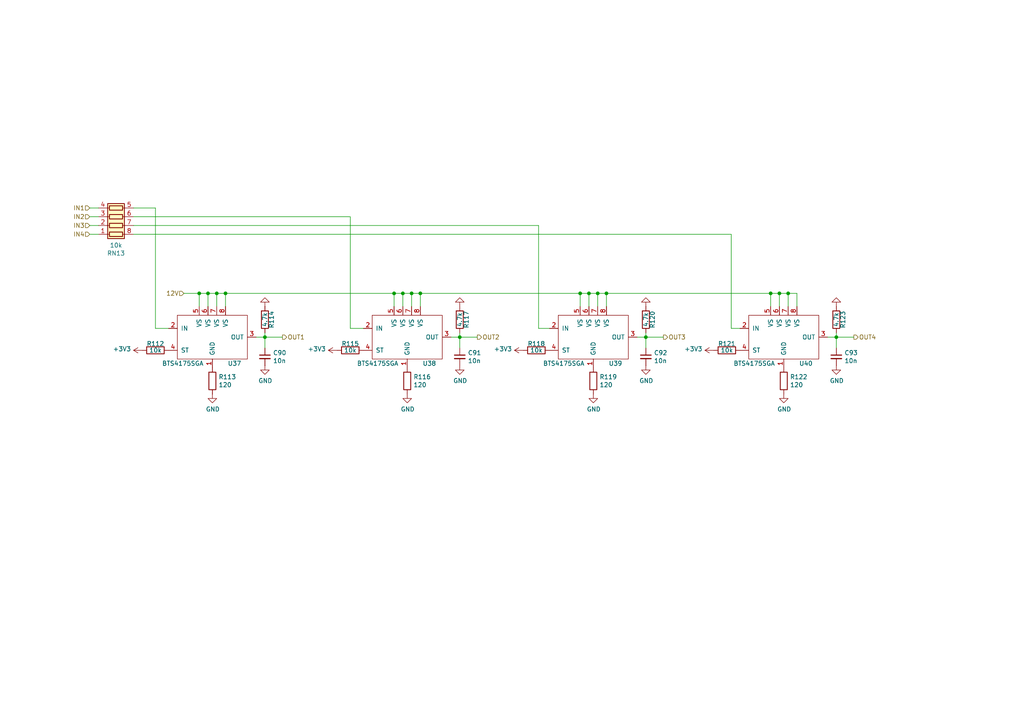
<source format=kicad_sch>
(kicad_sch (version 20250114) (generator "eeschema") (generator_version "9.0")
  (paper "A4")
  (title_block (title "rusEfi Proteus") (date "2022-04-09") (rev "v0.7") (company "rusEFI") (comment 1 "github.com/mck1117/proteus") (comment 2 "rusefi.com/s/proteus"))
  (lib_symbols
    (symbol "Device:C_Small" (pin_numbers (hide yes)) (pin_names (offset 0.254) (hide yes))
      (property "Reference" "C" (at 0.254 1.778 0))
      (property "Value" "C_Small" (at 0.254 -2.032 0))
      (symbol "C_Small_0_1"
        (polyline (pts (xy -1.524 0.508) (xy 1.524 0.508)) (stroke (width 0.3048)))
        (polyline (pts (xy -1.524 -0.508) (xy 1.524 -0.508)) (stroke (width 0.3302)))
      )
      (symbol "C_Small_1_1"
        (pin passive line (at 0 2.54 270) (length 2.032) (name "~") (number "1"))
        (pin passive line (at 0 -2.54 90) (length 2.032) (name "~") (number "2"))
      )
    )
    (symbol "Device:R" (pin_numbers (hide yes)) (pin_names (offset 0))
      (property "Reference" "R" (at 2.032 0 90))
      (property "Value" "R" (at 0 0 90))
      (symbol "R_0_1"
        (rectangle (start -1.016 -2.54) (end 1.016 2.54) (stroke (width 0.254)))
      )
      (symbol "R_1_1"
        (pin passive line (at 0 3.81 270) (length 1.27) (name "~") (number "1"))
        (pin passive line (at 0 -3.81 90) (length 1.27) (name "~") (number "2"))
      )
    )
    (symbol "Device:R_Pack04" (pin_names (offset 0) (hide yes))
      (property "Reference" "RN" (at -7.62 0 90))
      (property "Value" "R_Pack04" (at 5.08 0 90))
      (symbol "R_Pack04_0_1"
        (rectangle (start -6.35 -2.413) (end 3.81 2.413) (stroke (width 0.254)) (fill (type background)))
        (rectangle (start -5.715 1.905) (end -4.445 -1.905) (stroke (width 0.254)))
        (polyline (pts (xy -5.08 1.905) (xy -5.08 2.54)))
        (polyline (pts (xy -5.08 -2.54) (xy -5.08 -1.905)))
        (rectangle (start -3.175 1.905) (end -1.905 -1.905) (stroke (width 0.254)))
        (polyline (pts (xy -2.54 1.905) (xy -2.54 2.54)))
        (polyline (pts (xy -2.54 -2.54) (xy -2.54 -1.905)))
        (rectangle (start -0.635 1.905) (end 0.635 -1.905) (stroke (width 0.254)))
        (polyline (pts (xy 0 1.905) (xy 0 2.54)))
        (polyline (pts (xy 0 -2.54) (xy 0 -1.905)))
        (rectangle (start 1.905 1.905) (end 3.175 -1.905) (stroke (width 0.254)))
        (polyline (pts (xy 2.54 1.905) (xy 2.54 2.54)))
        (polyline (pts (xy 2.54 -2.54) (xy 2.54 -1.905)))
      )
      (symbol "R_Pack04_1_1"
        (pin passive line (at -5.08 5.08 270) (length 2.54) (name "R1.2") (number "8"))
        (pin passive line (at -5.08 -5.08 90) (length 2.54) (name "R1.1") (number "1"))
        (pin passive line (at -2.54 5.08 270) (length 2.54) (name "R2.2") (number "7"))
        (pin passive line (at -2.54 -5.08 90) (length 2.54) (name "R2.1") (number "2"))
        (pin passive line (at 0 5.08 270) (length 2.54) (name "R3.2") (number "6"))
        (pin passive line (at 0 -5.08 90) (length 2.54) (name "R3.1") (number "3"))
        (pin passive line (at 2.54 5.08 270) (length 2.54) (name "R4.2") (number "5"))
        (pin passive line (at 2.54 -5.08 90) (length 2.54) (name "R4.1") (number "4"))
      )
    )
    (symbol "bts4175:BTS4175SGA" (pin_names (offset 1.016))
      (property "Reference" "U" (at -6.35 -7.62 0))
      (property "Value" "BTS4175SGA" (at 8.89 -7.62 0))
      (symbol "BTS4175SGA_0_1"
        (polyline (pts (xy -7.62 6.35) (xy 12.7 6.35) (xy 12.7 -6.35) (xy -7.62 -6.35) (xy -7.62 6.35)))
      )
      (symbol "BTS4175SGA_1_1"
        (pin input line (at -10.16 2.54 0) (length 2.54) (name "IN") (number "2"))
        (pin open_collector line (at -10.16 -3.81 0) (length 2.54) (name "ST") (number "4"))
        (pin power_in line (at -1.27 8.89 270) (length 2.54) (name "VS") (number "5"))
        (pin power_in line (at 1.27 8.89 270) (length 2.54) (name "VS") (number "6"))
        (pin bidirectional line (at 2.54 -8.89 90) (length 2.54) (name "GND") (number "1"))
        (pin power_in line (at 3.81 8.89 270) (length 2.54) (name "VS") (number "7"))
        (pin power_in line (at 6.35 8.89 270) (length 2.54) (name "VS") (number "8"))
        (pin power_out line (at 15.24 0 180) (length 2.54) (name "OUT") (number "3"))
      )
    )
    (symbol "power:+3V3" (power) (pin_numbers (hide yes)) (pin_names (offset 0) (hide yes))
      (property "Value" "+3V3" (at 0 3.556 0))
      (symbol "+3V3_0_1"
        (polyline (pts (xy -0.762 1.27) (xy 0 2.54)))
        (polyline (pts (xy 0 2.54) (xy 0.762 1.27)))
        (polyline (pts (xy 0 0) (xy 0 2.54)))
      )
      (symbol "+3V3_1_1"
        (pin power_in line (at 0 0 90) (length 0) (name "~") (number "1"))
      )
    )
    (symbol "power:GND" (power) (pin_numbers (hide yes)) (pin_names (offset 0) (hide yes))
      (property "Value" "GND" (at 0 -3.81 0))
      (symbol "GND_0_1"
        (polyline (pts (xy 0 0) (xy 0 -1.27) (xy 1.27 -1.27) (xy 0 -2.54) (xy -1.27 -1.27) (xy 0 -1.27)))
      )
      (symbol "GND_1_1"
        (pin power_in line (at 0 0 270) (length 0) (name "~") (number "1"))
      )
    )
  )
  (junction (at 133.35 97.79))
  (junction (at 114.3 85.09))
  (junction (at 65.405 85.09))
  (junction (at 228.6 85.09))
  (junction (at 60.325 85.09))
  (junction (at 173.355 85.09))
  (junction (at 119.38 85.09))
  (junction (at 175.895 85.09))
  (junction (at 57.785 85.09))
  (junction (at 170.815 85.09))
  (junction (at 168.275 85.09))
  (junction (at 76.835 97.79))
  (junction (at 242.57 97.79))
  (junction (at 62.865 85.09))
  (junction (at 226.06 85.09))
  (junction (at 121.92 85.09))
  (junction (at 187.325 97.79))
  (junction (at 116.84 85.09))
  (junction (at 223.52 85.09))
  (wire (pts (xy 170.815 88.9) (xy 170.815 85.09)))
  (wire (pts (xy 231.14 85.09) (xy 231.14 88.9)))
  (wire (pts (xy 173.355 85.09) (xy 173.355 88.9)))
  (wire (pts (xy 133.35 97.79) (xy 138.43 97.79)))
  (wire (pts (xy 240.03 97.79) (xy 242.57 97.79)))
  (wire (pts (xy 184.785 97.79) (xy 187.325 97.79)))
  (wire (pts (xy 28.575 60.325) (xy 26.035 60.325)))
  (wire (pts (xy 223.52 85.09) (xy 226.06 85.09)))
  (wire (pts (xy 187.325 97.79) (xy 192.405 97.79)))
  (wire (pts (xy 133.35 97.79) (xy 133.35 100.965)))
  (wire (pts (xy 242.57 97.79) (xy 242.57 100.965)))
  (wire (pts (xy 76.835 97.79) (xy 76.835 100.965)))
  (wire (pts (xy 26.035 67.945) (xy 28.575 67.945)))
  (wire (pts (xy 121.92 85.09) (xy 168.275 85.09)))
  (wire (pts (xy 170.815 85.09) (xy 173.355 85.09)))
  (wire (pts (xy 212.09 95.25) (xy 214.63 95.25)))
  (wire (pts (xy 101.6 62.865) (xy 101.6 95.25)))
  (wire (pts (xy 28.575 65.405) (xy 26.035 65.405)))
  (wire (pts (xy 119.38 85.09) (xy 119.38 88.9)))
  (wire (pts (xy 116.84 85.09) (xy 119.38 85.09)))
  (wire (pts (xy 60.325 88.9) (xy 60.325 85.09)))
  (wire (pts (xy 121.92 85.09) (xy 121.92 88.9)))
  (wire (pts (xy 74.295 97.79) (xy 76.835 97.79)))
  (wire (pts (xy 226.06 85.09) (xy 228.6 85.09)))
  (wire (pts (xy 57.785 88.9) (xy 57.785 85.09)))
  (wire (pts (xy 156.21 65.405) (xy 156.21 95.25)))
  (wire (pts (xy 53.34 85.09) (xy 57.785 85.09)))
  (wire (pts (xy 57.785 85.09) (xy 60.325 85.09)))
  (wire (pts (xy 45.085 95.25) (xy 48.895 95.25)))
  (wire (pts (xy 114.3 85.09) (xy 116.84 85.09)))
  (wire (pts (xy 38.735 67.945) (xy 212.09 67.945)))
  (wire (pts (xy 168.275 88.9) (xy 168.275 85.09)))
  (wire (pts (xy 242.57 96.52) (xy 242.57 97.79)))
  (wire (pts (xy 226.06 88.9) (xy 226.06 85.09)))
  (wire (pts (xy 130.81 97.79) (xy 133.35 97.79)))
  (wire (pts (xy 228.6 85.09) (xy 228.6 88.9)))
  (wire (pts (xy 173.355 85.09) (xy 175.895 85.09)))
  (wire (pts (xy 187.325 96.52) (xy 187.325 97.79)))
  (wire (pts (xy 76.835 97.79) (xy 81.915 97.79)))
  (wire (pts (xy 187.325 97.79) (xy 187.325 100.965)))
  (wire (pts (xy 62.865 85.09) (xy 62.865 88.9)))
  (wire (pts (xy 168.275 85.09) (xy 170.815 85.09)))
  (wire (pts (xy 45.085 60.325) (xy 45.085 95.25)))
  (wire (pts (xy 38.735 60.325) (xy 45.085 60.325)))
  (wire (pts (xy 38.735 65.405) (xy 156.21 65.405)))
  (wire (pts (xy 76.835 96.52) (xy 76.835 97.79)))
  (wire (pts (xy 119.38 85.09) (xy 121.92 85.09)))
  (wire (pts (xy 156.21 95.25) (xy 159.385 95.25)))
  (wire (pts (xy 65.405 85.09) (xy 114.3 85.09)))
  (wire (pts (xy 101.6 95.25) (xy 105.41 95.25)))
  (wire (pts (xy 175.895 85.09) (xy 175.895 88.9)))
  (wire (pts (xy 175.895 85.09) (xy 223.52 85.09)))
  (wire (pts (xy 65.405 85.09) (xy 65.405 88.9)))
  (wire (pts (xy 62.865 85.09) (xy 65.405 85.09)))
  (wire (pts (xy 116.84 88.9) (xy 116.84 85.09)))
  (wire (pts (xy 114.3 88.9) (xy 114.3 85.09)))
  (wire (pts (xy 223.52 88.9) (xy 223.52 85.09)))
  (wire (pts (xy 60.325 85.09) (xy 62.865 85.09)))
  (wire (pts (xy 242.57 97.79) (xy 247.65 97.79)))
  (wire (pts (xy 133.35 96.52) (xy 133.35 97.79)))
  (wire (pts (xy 212.09 67.945) (xy 212.09 95.25)))
  (wire (pts (xy 228.6 85.09) (xy 231.14 85.09)))
  (wire (pts (xy 26.035 62.865) (xy 28.575 62.865)))
  (wire (pts (xy 38.735 62.865) (xy 101.6 62.865)))
  (hierarchical_label "IN4" (shape input) (at 26.035 67.945 180))
  (hierarchical_label "OUT4" (shape output) (at 247.65 97.79 0))
  (hierarchical_label "IN2" (shape input) (at 26.035 62.865 180))
  (hierarchical_label "IN3" (shape input) (at 26.035 65.405 180))
  (hierarchical_label "OUT2" (shape output) (at 138.43 97.79 0))
  (hierarchical_label "OUT3" (shape output) (at 192.405 97.79 0))
  (hierarchical_label "12V" (shape input) (at 53.34 85.09 180))
  (hierarchical_label "OUT1" (shape output) (at 81.915 97.79 0))
  (hierarchical_label "IN1" (shape input) (at 26.035 60.325 180))
  (symbol (lib_id "Device:R_Pack04") (at 33.655 62.865 270) (mirror x) (unit 1)
    (property "Reference" "RN13" (at 33.655 73.4568 90))
    (property "Value" "10k" (at 33.655 71.1454 90))
    (property "Footprint" "Resistor_SMD:R_Array_Convex_4x0603" (effects (hide yes)))
    (property "LCSC" "C29718" (effects (hide yes)))
    (property "LCSC_ext" "0" (effects (hide yes)))
    (property "PN" "CAT16-1002F4LF" (effects (hide yes)))
  )
  (symbol (lib_id "Device:C_Small") (at 242.57 103.505 0) (unit 1)
    (property "Reference" "C93" (at 244.9068 102.3366 0) (effects (justify left)))
    (property "Value" "10n" (at 244.9068 104.648 0) (effects (justify left)))
    (property "Footprint" "Capacitor_SMD:C_0603_1608Metric" (effects (hide yes)))
    (property "LCSC" "C57112" (effects (hide yes)))
    (property "LCSC_ext" "0" (effects (hide yes)))
  )
  (symbol (lib_id "Device:C_Small") (at 76.835 103.505 0) (unit 1)
    (property "Reference" "C90" (at 79.1718 102.3366 0) (effects (justify left)))
    (property "Value" "10n" (at 79.1718 104.648 0) (effects (justify left)))
    (property "Footprint" "Capacitor_SMD:C_0603_1608Metric" (effects (hide yes)))
    (property "LCSC" "C57112" (effects (hide yes)))
    (property "LCSC_ext" "0" (effects (hide yes)))
  )
  (symbol (lib_id "Device:C_Small") (at 133.35 103.505 0) (unit 1)
    (property "Reference" "C91" (at 135.6868 102.3366 0) (effects (justify left)))
    (property "Value" "10n" (at 135.6868 104.648 0) (effects (justify left)))
    (property "Footprint" "Capacitor_SMD:C_0603_1608Metric" (effects (hide yes)))
    (property "LCSC" "C57112" (effects (hide yes)))
    (property "LCSC_ext" "0" (effects (hide yes)))
  )
  (symbol (lib_id "Device:C_Small") (at 187.325 103.505 0) (unit 1)
    (property "Reference" "C92" (at 189.6618 102.3366 0) (effects (justify left)))
    (property "Value" "10n" (at 189.6618 104.648 0) (effects (justify left)))
    (property "Footprint" "Capacitor_SMD:C_0603_1608Metric" (effects (hide yes)))
    (property "LCSC" "C57112" (effects (hide yes)))
    (property "LCSC_ext" "0" (effects (hide yes)))
  )
  (symbol (lib_id "bts4175:BTS4175SGA") (at 59.055 97.79 0) (unit 1)
    (property "Reference" "U37" (at 66.04 105.41 0) (effects (justify left)))
    (property "Value" "BTS4175SGA" (at 46.99 105.41 0) (effects (justify left)))
    (property "Footprint" "Package_SO:SOIC-8_3.9x4.9mm_P1.27mm" (effects (hide yes)))
    (property "LCSC" "C152451" (effects (hide yes)))
    (property "LCSC_ext" "1" (effects (hide yes)))
    (property "PN" "BTS4175" (effects (hide yes)))
    (property "possible_not_ext" "1" (effects (hide yes)))
  )
  (symbol (lib_id "power:GND") (at 61.595 114.3 0) (unit 1)
    (property "Reference" "#PWR0252" (effects (hide yes)))
    (property "Value" "GND" (at 61.722 118.6942 0))
    (property "Description" "Power symbol creates a global label with name \"GND\" , ground" (effects (hide yes)))
  )
  (symbol (lib_id "power:GND") (at 76.835 106.045 0) (unit 1)
    (property "Reference" "#PWR0254" (effects (hide yes)))
    (property "Value" "GND" (at 76.962 110.4392 0))
    (property "Description" "Power symbol creates a global label with name \"GND\" , ground" (effects (hide yes)))
  )
  (symbol (lib_id "Device:R") (at 61.595 110.49 0) (unit 1)
    (property "Reference" "R113" (at 63.373 109.3216 0) (effects (justify left)))
    (property "Value" "120" (at 63.373 111.633 0) (effects (justify left)))
    (property "Footprint" "Resistor_SMD:R_0603_1608Metric" (effects (hide yes)))
    (property "LCSC" "C22787" (effects (hide yes)))
    (property "LCSC_ext" "0" (effects (hide yes)))
  )
  (symbol (lib_id "Device:R") (at 45.085 101.6 270) (unit 1)
    (property "Reference" "R112" (at 45.085 99.695 90))
    (property "Value" "10k" (at 45.085 101.6 90))
    (property "Footprint" "Resistor_SMD:R_0402_1005Metric" (effects (hide yes)))
    (property "LCSC" "C25744" (effects (hide yes)))
    (property "LCSC_ext" "0" (effects (hide yes)))
  )
  (symbol (lib_id "power:+3V3") (at 41.275 101.6 90) (unit 1)
    (property "Reference" "#PWR0251" (effects (hide yes)))
    (property "Value" "+3V3" (at 38.0238 101.219 90) (effects (justify left)))
    (property "Description" "Power symbol creates a global label with name \"+3V3\"" (effects (hide yes)))
  )
  (symbol (lib_id "bts4175:BTS4175SGA") (at 115.57 97.79 0) (unit 1)
    (property "Reference" "U38" (at 122.555 105.41 0) (effects (justify left)))
    (property "Value" "BTS4175SGA" (at 103.505 105.41 0) (effects (justify left)))
    (property "Footprint" "Package_SO:SOIC-8_3.9x4.9mm_P1.27mm" (effects (hide yes)))
    (property "LCSC" "C152451" (effects (hide yes)))
    (property "LCSC_ext" "1" (effects (hide yes)))
    (property "PN" "BTS4175" (effects (hide yes)))
    (property "possible_not_ext" "1" (effects (hide yes)))
  )
  (symbol (lib_id "power:GND") (at 118.11 114.3 0) (unit 1)
    (property "Reference" "#PWR0256" (effects (hide yes)))
    (property "Value" "GND" (at 118.237 118.6942 0))
    (property "Description" "Power symbol creates a global label with name \"GND\" , ground" (effects (hide yes)))
  )
  (symbol (lib_id "power:GND") (at 133.35 106.045 0) (unit 1)
    (property "Reference" "#PWR0258" (effects (hide yes)))
    (property "Value" "GND" (at 133.477 110.4392 0))
    (property "Description" "Power symbol creates a global label with name \"GND\" , ground" (effects (hide yes)))
  )
  (symbol (lib_id "Device:R") (at 118.11 110.49 0) (unit 1)
    (property "Reference" "R116" (at 119.888 109.3216 0) (effects (justify left)))
    (property "Value" "120" (at 119.888 111.633 0) (effects (justify left)))
    (property "Footprint" "Resistor_SMD:R_0603_1608Metric" (effects (hide yes)))
    (property "LCSC" "C22787" (effects (hide yes)))
    (property "LCSC_ext" "0" (effects (hide yes)))
  )
  (symbol (lib_id "Device:R") (at 101.6 101.6 270) (unit 1)
    (property "Reference" "R115" (at 101.6 99.695 90))
    (property "Value" "10k" (at 101.6 101.6 90))
    (property "Footprint" "Resistor_SMD:R_0402_1005Metric" (effects (hide yes)))
    (property "LCSC" "C25744" (effects (hide yes)))
    (property "LCSC_ext" "0" (effects (hide yes)))
  )
  (symbol (lib_id "power:+3V3") (at 97.79 101.6 90) (unit 1)
    (property "Reference" "#PWR0255" (effects (hide yes)))
    (property "Value" "+3V3" (at 94.5388 101.219 90) (effects (justify left)))
    (property "Description" "Power symbol creates a global label with name \"+3V3\"" (effects (hide yes)))
  )
  (symbol (lib_id "bts4175:BTS4175SGA") (at 169.545 97.79 0) (unit 1)
    (property "Reference" "U39" (at 176.53 105.41 0) (effects (justify left)))
    (property "Value" "BTS4175SGA" (at 157.48 105.41 0) (effects (justify left)))
    (property "Footprint" "Package_SO:SOIC-8_3.9x4.9mm_P1.27mm" (effects (hide yes)))
    (property "LCSC" "C152451" (effects (hide yes)))
    (property "LCSC_ext" "1" (effects (hide yes)))
    (property "PN" "BTS4175" (effects (hide yes)))
    (property "possible_not_ext" "1" (effects (hide yes)))
  )
  (symbol (lib_id "power:GND") (at 172.085 114.3 0) (unit 1)
    (property "Reference" "#PWR0260" (effects (hide yes)))
    (property "Value" "GND" (at 172.212 118.6942 0))
    (property "Description" "Power symbol creates a global label with name \"GND\" , ground" (effects (hide yes)))
  )
  (symbol (lib_id "power:GND") (at 187.325 106.045 0) (unit 1)
    (property "Reference" "#PWR0262" (effects (hide yes)))
    (property "Value" "GND" (at 187.452 110.4392 0))
    (property "Description" "Power symbol creates a global label with name \"GND\" , ground" (effects (hide yes)))
  )
  (symbol (lib_id "Device:R") (at 172.085 110.49 0) (unit 1)
    (property "Reference" "R119" (at 173.863 109.3216 0) (effects (justify left)))
    (property "Value" "120" (at 173.863 111.633 0) (effects (justify left)))
    (property "Footprint" "Resistor_SMD:R_0603_1608Metric" (effects (hide yes)))
    (property "LCSC" "C22787" (effects (hide yes)))
    (property "LCSC_ext" "0" (effects (hide yes)))
  )
  (symbol (lib_id "Device:R") (at 155.575 101.6 270) (unit 1)
    (property "Reference" "R118" (at 155.575 99.695 90))
    (property "Value" "10k" (at 155.575 101.6 90))
    (property "Footprint" "Resistor_SMD:R_0402_1005Metric" (effects (hide yes)))
    (property "LCSC" "C25744" (effects (hide yes)))
    (property "LCSC_ext" "0" (effects (hide yes)))
  )
  (symbol (lib_id "power:+3V3") (at 151.765 101.6 90) (unit 1)
    (property "Reference" "#PWR0259" (effects (hide yes)))
    (property "Value" "+3V3" (at 148.5138 101.219 90) (effects (justify left)))
    (property "Description" "Power symbol creates a global label with name \"+3V3\"" (effects (hide yes)))
  )
  (symbol (lib_id "bts4175:BTS4175SGA") (at 224.79 97.79 0) (unit 1)
    (property "Reference" "U40" (at 231.775 105.41 0) (effects (justify left)))
    (property "Value" "BTS4175SGA" (at 212.725 105.41 0) (effects (justify left)))
    (property "Footprint" "Package_SO:SOIC-8_3.9x4.9mm_P1.27mm" (effects (hide yes)))
    (property "LCSC" "C152451" (effects (hide yes)))
    (property "LCSC_ext" "1" (effects (hide yes)))
    (property "PN" "BTS4175" (effects (hide yes)))
    (property "possible_not_ext" "1" (effects (hide yes)))
  )
  (symbol (lib_id "power:GND") (at 227.33 114.3 0) (unit 1)
    (property "Reference" "#PWR0264" (effects (hide yes)))
    (property "Value" "GND" (at 227.457 118.6942 0))
    (property "Description" "Power symbol creates a global label with name \"GND\" , ground" (effects (hide yes)))
  )
  (symbol (lib_id "power:GND") (at 242.57 106.045 0) (unit 1)
    (property "Reference" "#PWR0266" (effects (hide yes)))
    (property "Value" "GND" (at 242.697 110.4392 0))
    (property "Description" "Power symbol creates a global label with name \"GND\" , ground" (effects (hide yes)))
  )
  (symbol (lib_id "Device:R") (at 227.33 110.49 0) (unit 1)
    (property "Reference" "R122" (at 229.108 109.3216 0) (effects (justify left)))
    (property "Value" "120" (at 229.108 111.633 0) (effects (justify left)))
    (property "Footprint" "Resistor_SMD:R_0603_1608Metric" (effects (hide yes)))
    (property "LCSC" "C22787" (effects (hide yes)))
    (property "LCSC_ext" "0" (effects (hide yes)))
  )
  (symbol (lib_id "Device:R") (at 210.82 101.6 270) (unit 1)
    (property "Reference" "R121" (at 210.82 99.695 90))
    (property "Value" "10k" (at 210.82 101.6 90))
    (property "Footprint" "Resistor_SMD:R_0402_1005Metric" (effects (hide yes)))
    (property "LCSC" "C25744" (effects (hide yes)))
    (property "LCSC_ext" "0" (effects (hide yes)))
  )
  (symbol (lib_id "power:+3V3") (at 207.01 101.6 90) (unit 1)
    (property "Reference" "#PWR0263" (effects (hide yes)))
    (property "Value" "+3V3" (at 203.7588 101.219 90) (effects (justify left)))
    (property "Description" "Power symbol creates a global label with name \"+3V3\"" (effects (hide yes)))
  )
  (symbol (lib_id "Device:R") (at 76.835 92.71 180) (unit 1)
    (property "Reference" "R114" (at 78.74 92.71 90))
    (property "Value" "4.7k" (at 76.835 92.71 90))
    (property "Footprint" "Resistor_SMD:R_0805_2012Metric" (effects (hide yes)))
    (property "LCSC" "C17673" (effects (hide yes)))
    (property "LCSC_ext" "0" (effects (hide yes)))
  )
  (symbol (lib_id "power:GND") (at 76.835 88.9 180) (unit 1)
    (property "Reference" "#PWR0253" (effects (hide yes)))
    (property "Value" "GND" (effects (hide yes)))
    (property "Description" "Power symbol creates a global label with name \"GND\" , ground" (effects (hide yes)))
  )
  (symbol (lib_id "Device:R") (at 133.35 92.71 180) (unit 1)
    (property "Reference" "R117" (at 135.255 92.71 90))
    (property "Value" "4.7k" (at 133.35 92.71 90))
    (property "Footprint" "Resistor_SMD:R_0805_2012Metric" (effects (hide yes)))
    (property "LCSC" "C17673" (effects (hide yes)))
    (property "LCSC_ext" "0" (effects (hide yes)))
  )
  (symbol (lib_id "power:GND") (at 133.35 88.9 180) (unit 1)
    (property "Reference" "#PWR0257" (effects (hide yes)))
    (property "Value" "GND" (effects (hide yes)))
    (property "Description" "Power symbol creates a global label with name \"GND\" , ground" (effects (hide yes)))
  )
  (symbol (lib_id "Device:R") (at 187.325 92.71 180) (unit 1)
    (property "Reference" "R120" (at 189.23 92.71 90))
    (property "Value" "4.7k" (at 187.325 92.71 90))
    (property "Footprint" "Resistor_SMD:R_0805_2012Metric" (effects (hide yes)))
    (property "LCSC" "C17673" (effects (hide yes)))
    (property "LCSC_ext" "0" (effects (hide yes)))
  )
  (symbol (lib_id "power:GND") (at 187.325 88.9 180) (unit 1)
    (property "Reference" "#PWR0261" (effects (hide yes)))
    (property "Value" "GND" (effects (hide yes)))
    (property "Description" "Power symbol creates a global label with name \"GND\" , ground" (effects (hide yes)))
  )
  (symbol (lib_id "Device:R") (at 242.57 92.71 180) (unit 1)
    (property "Reference" "R123" (at 244.475 92.71 90))
    (property "Value" "4.7k" (at 242.57 92.71 90))
    (property "Footprint" "Resistor_SMD:R_0805_2012Metric" (effects (hide yes)))
    (property "LCSC" "C17673" (effects (hide yes)))
    (property "LCSC_ext" "0" (effects (hide yes)))
  )
  (symbol (lib_id "power:GND") (at 242.57 88.9 180) (unit 1)
    (property "Reference" "#PWR0265" (effects (hide yes)))
    (property "Value" "GND" (effects (hide yes)))
    (property "Description" "Power symbol creates a global label with name \"GND\" , ground" (effects (hide yes)))
  )
)
</source>
